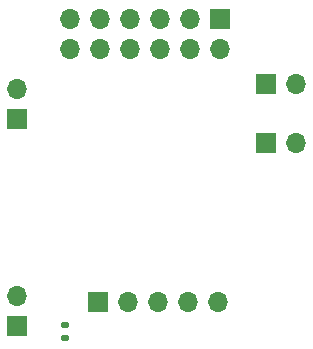
<source format=gbr>
%TF.GenerationSoftware,KiCad,Pcbnew,6.0.11+dfsg-1*%
%TF.CreationDate,2023-02-19T01:13:17+01:00*%
%TF.ProjectId,Controller,436f6e74-726f-46c6-9c65-722e6b696361,rev?*%
%TF.SameCoordinates,Original*%
%TF.FileFunction,Soldermask,Top*%
%TF.FilePolarity,Negative*%
%FSLAX46Y46*%
G04 Gerber Fmt 4.6, Leading zero omitted, Abs format (unit mm)*
G04 Created by KiCad (PCBNEW 6.0.11+dfsg-1) date 2023-02-19 01:13:17*
%MOMM*%
%LPD*%
G01*
G04 APERTURE LIST*
G04 Aperture macros list*
%AMRoundRect*
0 Rectangle with rounded corners*
0 $1 Rounding radius*
0 $2 $3 $4 $5 $6 $7 $8 $9 X,Y pos of 4 corners*
0 Add a 4 corners polygon primitive as box body*
4,1,4,$2,$3,$4,$5,$6,$7,$8,$9,$2,$3,0*
0 Add four circle primitives for the rounded corners*
1,1,$1+$1,$2,$3*
1,1,$1+$1,$4,$5*
1,1,$1+$1,$6,$7*
1,1,$1+$1,$8,$9*
0 Add four rect primitives between the rounded corners*
20,1,$1+$1,$2,$3,$4,$5,0*
20,1,$1+$1,$4,$5,$6,$7,0*
20,1,$1+$1,$6,$7,$8,$9,0*
20,1,$1+$1,$8,$9,$2,$3,0*%
G04 Aperture macros list end*
%ADD10R,1.700000X1.700000*%
%ADD11O,1.700000X1.700000*%
%ADD12RoundRect,0.135000X-0.185000X0.135000X-0.185000X-0.135000X0.185000X-0.135000X0.185000X0.135000X0*%
G04 APERTURE END LIST*
D10*
%TO.C,J1*%
X120120000Y-61500000D03*
D11*
X120120000Y-64040000D03*
X117580000Y-61500000D03*
X117580000Y-64040000D03*
X115040000Y-61500000D03*
X115040000Y-64040000D03*
X112500000Y-61500000D03*
X112500000Y-64040000D03*
X109960000Y-61500000D03*
X109960000Y-64040000D03*
X107420000Y-61500000D03*
X107420000Y-64040000D03*
%TD*%
D10*
%TO.C,J3*%
X124000000Y-72000000D03*
D11*
X126540000Y-72000000D03*
%TD*%
D10*
%TO.C,J4*%
X124000000Y-67000000D03*
D11*
X126540000Y-67000000D03*
%TD*%
D10*
%TO.C,J6*%
X103000000Y-70000000D03*
D11*
X103000000Y-67460000D03*
%TD*%
D10*
%TO.C,J5*%
X103000000Y-87500000D03*
D11*
X103000000Y-84960000D03*
%TD*%
D12*
%TO.C,R1*%
X107000000Y-87480000D03*
X107000000Y-88500000D03*
%TD*%
D10*
%TO.C,J2*%
X109840000Y-85500000D03*
D11*
X112380000Y-85500000D03*
X114920000Y-85500000D03*
X117460000Y-85500000D03*
X120000000Y-85500000D03*
%TD*%
M02*

</source>
